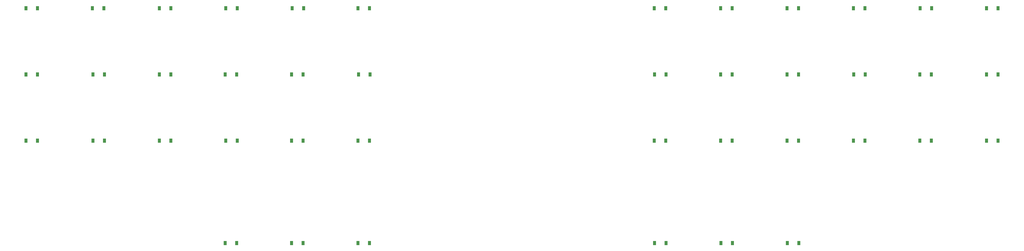
<source format=gtp>
G04 #@! TF.GenerationSoftware,KiCad,Pcbnew,(6.0.7)*
G04 #@! TF.CreationDate,2022-10-12T10:08:01+02:00*
G04 #@! TF.ProjectId,cmdr_mainboard,636d6472-5f6d-4616-996e-626f6172642e,rev?*
G04 #@! TF.SameCoordinates,Original*
G04 #@! TF.FileFunction,Paste,Top*
G04 #@! TF.FilePolarity,Positive*
%FSLAX46Y46*%
G04 Gerber Fmt 4.6, Leading zero omitted, Abs format (unit mm)*
G04 Created by KiCad (PCBNEW (6.0.7)) date 2022-10-12 10:08:01*
%MOMM*%
%LPD*%
G01*
G04 APERTURE LIST*
%ADD10R,0.900000X1.200000*%
G04 APERTURE END LIST*
D10*
X254380000Y-132080000D03*
X251080000Y-132080000D03*
X93090000Y-113030000D03*
X89790000Y-113030000D03*
X254267081Y-113030000D03*
X250967081Y-113030000D03*
X273317081Y-151130000D03*
X270017081Y-151130000D03*
X112353180Y-113030000D03*
X109053180Y-113030000D03*
X292480000Y-180594000D03*
X289180000Y-180594000D03*
X74040000Y-113030000D03*
X70740000Y-113030000D03*
X273430000Y-180594000D03*
X270130000Y-180594000D03*
X131403180Y-151130000D03*
X128103180Y-151130000D03*
X131190000Y-132080000D03*
X127890000Y-132080000D03*
X131190000Y-180594000D03*
X127890000Y-180594000D03*
X311417081Y-151130000D03*
X308117081Y-151130000D03*
X254267081Y-151130000D03*
X250967081Y-151130000D03*
X273317081Y-132080000D03*
X270017081Y-132080000D03*
X169503180Y-132080000D03*
X166203180Y-132080000D03*
X93303180Y-151130000D03*
X90003180Y-151130000D03*
X349630000Y-151130000D03*
X346330000Y-151130000D03*
X169290000Y-180594000D03*
X165990000Y-180594000D03*
X112353180Y-151130000D03*
X109053180Y-151130000D03*
X74040000Y-132080000D03*
X70740000Y-132080000D03*
X292367081Y-113030000D03*
X289067081Y-113030000D03*
X169290000Y-113030000D03*
X165990000Y-113030000D03*
X169290000Y-151130000D03*
X165990000Y-151130000D03*
X254380000Y-180594000D03*
X251080000Y-180594000D03*
X150240000Y-180594000D03*
X146940000Y-180594000D03*
X131403180Y-113030000D03*
X128103180Y-113030000D03*
X330580000Y-113030000D03*
X327280000Y-113030000D03*
X150240000Y-132080000D03*
X146940000Y-132080000D03*
X311417081Y-113030000D03*
X308117081Y-113030000D03*
X292367081Y-151130000D03*
X289067081Y-151130000D03*
X311530000Y-132080000D03*
X308230000Y-132080000D03*
X349630000Y-113030000D03*
X346330000Y-113030000D03*
X292367081Y-132080000D03*
X289067081Y-132080000D03*
X93303180Y-132080000D03*
X90003180Y-132080000D03*
X74040000Y-151130000D03*
X70740000Y-151130000D03*
X150240000Y-151130000D03*
X146940000Y-151130000D03*
X273317081Y-113030000D03*
X270017081Y-113030000D03*
X150453180Y-113030000D03*
X147153180Y-113030000D03*
X330467081Y-132080000D03*
X327167081Y-132080000D03*
X112353180Y-132080000D03*
X109053180Y-132080000D03*
X330467081Y-151130000D03*
X327167081Y-151130000D03*
X349630000Y-132080000D03*
X346330000Y-132080000D03*
M02*

</source>
